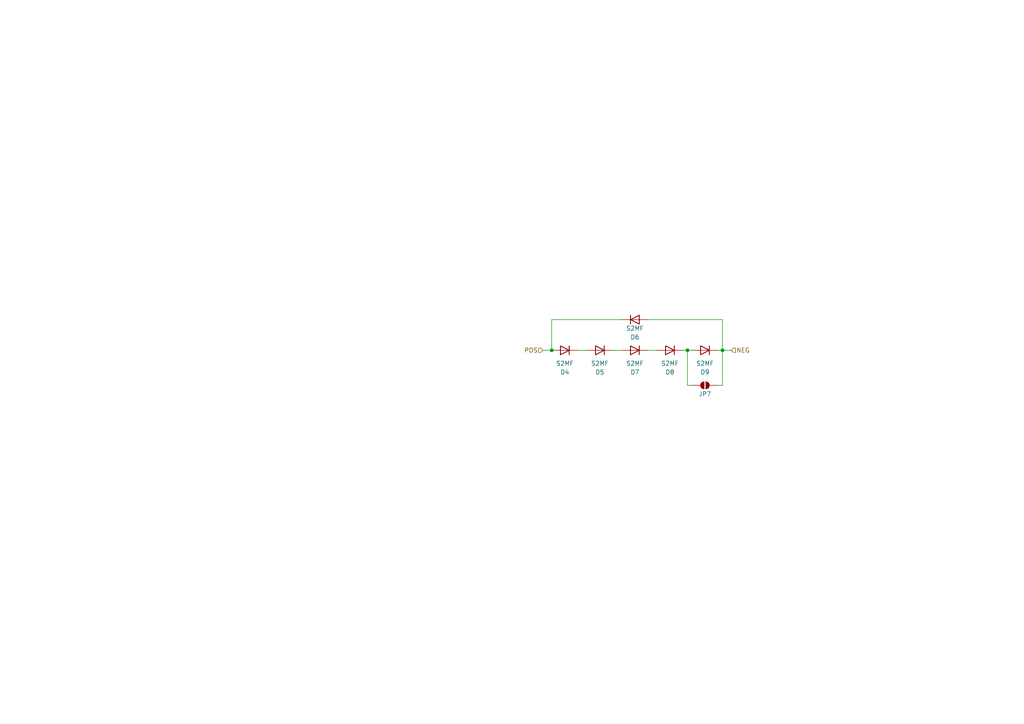
<source format=kicad_sch>
(kicad_sch (version 20231120) (generator "eeschema") (generator_version "8.0")
  (paper "A4")
  (lib_symbols
    (symbol "Jumper:SolderJumper_2_Open" (pin_numbers hide) (pin_names (offset 0) hide) (exclude_from_sim yes) (in_bom no)
      (property "Reference" "JP" (at 0 2.032 0))
      (property "Value" "SolderJumper_2_Open" (at 0 -2.54 0))
      (symbol "SolderJumper_2_Open_0_1"
        (arc (start -0.254 1.016) (mid -1.2656 0) (end -0.254 -1.016))
        (arc (start -0.254 1.016) (mid -1.2656 0) (end -0.254 -1.016) (fill (type outline)))
        (polyline (pts (xy -0.254 1.016) (xy -0.254 -1.016)))
        (polyline (pts (xy 0.254 1.016) (xy 0.254 -1.016)))
        (arc (start 0.254 -1.016) (mid 1.2656 0) (end 0.254 1.016))
        (arc (start 0.254 -1.016) (mid 1.2656 0) (end 0.254 1.016) (fill (type outline)))
      )
      (symbol "SolderJumper_2_Open_1_1"
        (pin passive line (at -3.81 0 0) (length 2.54) (name "A") (number "1"))
        (pin passive line (at 3.81 0 180) (length 2.54) (name "B") (number "2"))
      )
    )
    (symbol "custom_kicad_lib_sk:S2MF" (pin_numbers hide) (pin_names (offset 1.016) hide)
      (property "Reference" "D" (at 0 2.54 0))
      (property "Value" "S2MF" (at 0 -2.54 0))
      (symbol "S2MF_0_1"
        (polyline (pts (xy -1.27 1.27) (xy -1.27 -1.27)) (stroke (width 0.254)))
        (polyline (pts (xy 1.27 0) (xy -1.27 0)))
        (polyline (pts (xy 1.27 1.27) (xy 1.27 -1.27) (xy -1.27 0) (xy 1.27 1.27)) (stroke (width 0.254)))
      )
      (symbol "S2MF_1_1"
        (pin passive line (at -3.81 0 0) (length 2.54) (name "K") (number "1"))
        (pin passive line (at 3.81 0 180) (length 2.54) (name "A") (number "2"))
      )
    )
  )
  (junction (at 160.02 101.6))
  (junction (at 199.39 101.6))
  (junction (at 209.55 101.6))
  (wire (pts (xy 160.02 92.71) (xy 160.02 101.6)))
  (wire (pts (xy 200.66 101.6) (xy 199.39 101.6)))
  (wire (pts (xy 187.96 92.71) (xy 209.55 92.71)))
  (wire (pts (xy 160.02 101.6) (xy 157.48 101.6)))
  (wire (pts (xy 170.18 101.6) (xy 167.64 101.6)))
  (wire (pts (xy 180.34 92.71) (xy 160.02 92.71)))
  (wire (pts (xy 209.55 101.6) (xy 208.28 101.6)))
  (wire (pts (xy 199.39 101.6) (xy 198.12 101.6)))
  (wire (pts (xy 209.55 92.71) (xy 209.55 101.6)))
  (wire (pts (xy 180.34 101.6) (xy 177.8 101.6)))
  (wire (pts (xy 209.55 111.76) (xy 208.28 111.76)))
  (wire (pts (xy 190.5 101.6) (xy 187.96 101.6)))
  (wire (pts (xy 212.09 101.6) (xy 209.55 101.6)))
  (wire (pts (xy 199.39 111.76) (xy 199.39 101.6)))
  (wire (pts (xy 199.39 111.76) (xy 200.66 111.76)))
  (wire (pts (xy 209.55 111.76) (xy 209.55 101.6)))
  (hierarchical_label "NEG" (shape input) (at 212.09 101.6 0))
  (hierarchical_label "POS" (shape input) (at 157.48 101.6 180))
  (symbol (lib_id "custom_kicad_lib_sk:S2MF") (at 184.15 92.71 0) (unit 1)
    (property "Reference" "D6" (at 184.15 97.79 0))
    (property "Value" "S2MF" (at 184.15 95.25 0))
    (property "Footprint" "custom_kicad_lib_sk:S2MF_DIODE" (effects (hide yes)))
    (property "Description" "Diode" (effects (hide yes)))
    (property "Sim.Device" "D" (effects (hide yes)))
    (property "Sim.Pins" "1=K 2=A" (effects (hide yes)))
    (property "JLCPCB Part#" "C5125722" (effects (hide yes)))
  )
  (symbol (lib_id "custom_kicad_lib_sk:S2MF") (at 184.15 101.6 180) (unit 1)
    (property "Reference" "D7" (at 184.15 107.95 0))
    (property "Value" "S2MF" (at 184.15 105.41 0))
    (property "Footprint" "custom_kicad_lib_sk:S2MF_DIODE" (effects (hide yes)))
    (property "Description" "Diode" (effects (hide yes)))
    (property "Sim.Device" "D" (effects (hide yes)))
    (property "Sim.Pins" "1=K 2=A" (effects (hide yes)))
    (property "JLCPCB Part#" "C5125722" (effects (hide yes)))
  )
  (symbol (lib_id "custom_kicad_lib_sk:S2MF") (at 204.47 101.6 180) (unit 1)
    (property "Reference" "D9" (at 204.47 107.95 0))
    (property "Value" "S2MF" (at 204.47 105.41 0))
    (property "Footprint" "custom_kicad_lib_sk:S2MF_DIODE" (effects (hide yes)))
    (property "Description" "Diode" (effects (hide yes)))
    (property "Sim.Device" "D" (effects (hide yes)))
    (property "Sim.Pins" "1=K 2=A" (effects (hide yes)))
    (property "JLCPCB Part#" "C5125722" (effects (hide yes)))
  )
  (symbol (lib_id "Jumper:SolderJumper_2_Open") (at 204.47 111.76 180) (unit 1) (exclude_from_sim yes) (in_bom no)
    (property "Reference" "JP7" (at 204.47 114.3 0))
    (property "Value" "SolderJumper_2_Open" (effects (hide yes)))
    (property "Footprint" "Jumper:SolderJumper-2_P1.3mm_Open_RoundedPad1.0x1.5mm" (effects (hide yes)))
    (property "Description" "Solder Jumper, 2-pole, open" (effects (hide yes)))
  )
  (symbol (lib_id "custom_kicad_lib_sk:S2MF") (at 163.83 101.6 180) (unit 1)
    (property "Reference" "D4" (at 163.83 107.95 0))
    (property "Value" "S2MF" (at 163.83 105.41 0))
    (property "Footprint" "custom_kicad_lib_sk:S2MF_DIODE" (effects (hide yes)))
    (property "Description" "Diode" (effects (hide yes)))
    (property "Sim.Device" "D" (effects (hide yes)))
    (property "Sim.Pins" "1=K 2=A" (effects (hide yes)))
    (property "JLCPCB Part#" "C5125722" (effects (hide yes)))
  )
  (symbol (lib_id "custom_kicad_lib_sk:S2MF") (at 194.31 101.6 180) (unit 1)
    (property "Reference" "D8" (at 194.31 107.95 0))
    (property "Value" "S2MF" (at 194.31 105.41 0))
    (property "Footprint" "custom_kicad_lib_sk:S2MF_DIODE" (effects (hide yes)))
    (property "Description" "Diode" (effects (hide yes)))
    (property "Sim.Device" "D" (effects (hide yes)))
    (property "Sim.Pins" "1=K 2=A" (effects (hide yes)))
    (property "JLCPCB Part#" "C5125722" (effects (hide yes)))
  )
  (symbol (lib_id "custom_kicad_lib_sk:S2MF") (at 173.99 101.6 180) (unit 1)
    (property "Reference" "D5" (at 173.99 107.95 0))
    (property "Value" "S2MF" (at 173.99 105.41 0))
    (property "Footprint" "custom_kicad_lib_sk:S2MF_DIODE" (effects (hide yes)))
    (property "Description" "Diode" (effects (hide yes)))
    (property "Sim.Device" "D" (effects (hide yes)))
    (property "Sim.Pins" "1=K 2=A" (effects (hide yes)))
    (property "JLCPCB Part#" "C5125722" (effects (hide yes)))
  )
)
</source>
